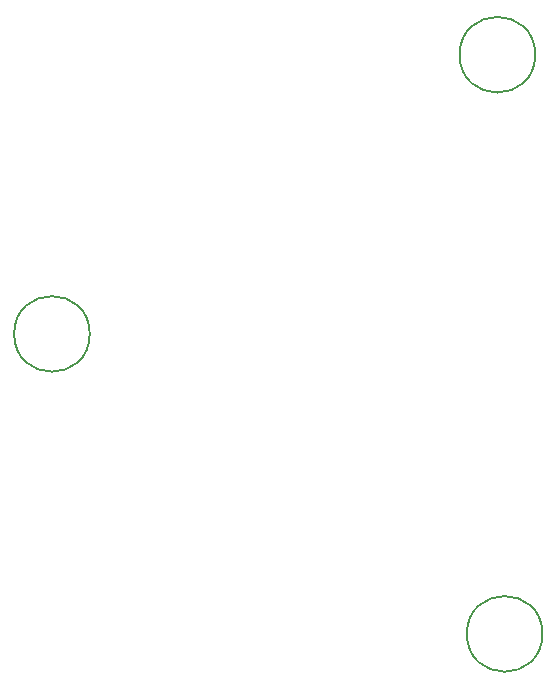
<source format=gbr>
%TF.GenerationSoftware,KiCad,Pcbnew,8.0.7*%
%TF.CreationDate,2025-01-04T12:23:45+01:00*%
%TF.ProjectId,expansion_a,65787061-6e73-4696-9f6e-5f612e6b6963,1*%
%TF.SameCoordinates,Original*%
%TF.FileFunction,Other,Comment*%
%FSLAX46Y46*%
G04 Gerber Fmt 4.6, Leading zero omitted, Abs format (unit mm)*
G04 Created by KiCad (PCBNEW 8.0.7) date 2025-01-04 12:23:45*
%MOMM*%
%LPD*%
G01*
G04 APERTURE LIST*
%ADD10C,0.150000*%
G04 APERTURE END LIST*
D10*
%TO.C,REF1*%
X79273000Y-60975000D02*
G75*
G02*
X72873000Y-60975000I-3200000J0D01*
G01*
X72873000Y-60975000D02*
G75*
G02*
X79273000Y-60975000I3200000J0D01*
G01*
%TO.C,REF2*%
X116992000Y-37338000D02*
G75*
G02*
X110592000Y-37338000I-3200000J0D01*
G01*
X110592000Y-37338000D02*
G75*
G02*
X116992000Y-37338000I3200000J0D01*
G01*
%TO.C,REF3*%
X117601600Y-86375000D02*
G75*
G02*
X111201600Y-86375000I-3200000J0D01*
G01*
X111201600Y-86375000D02*
G75*
G02*
X117601600Y-86375000I3200000J0D01*
G01*
%TD*%
M02*

</source>
